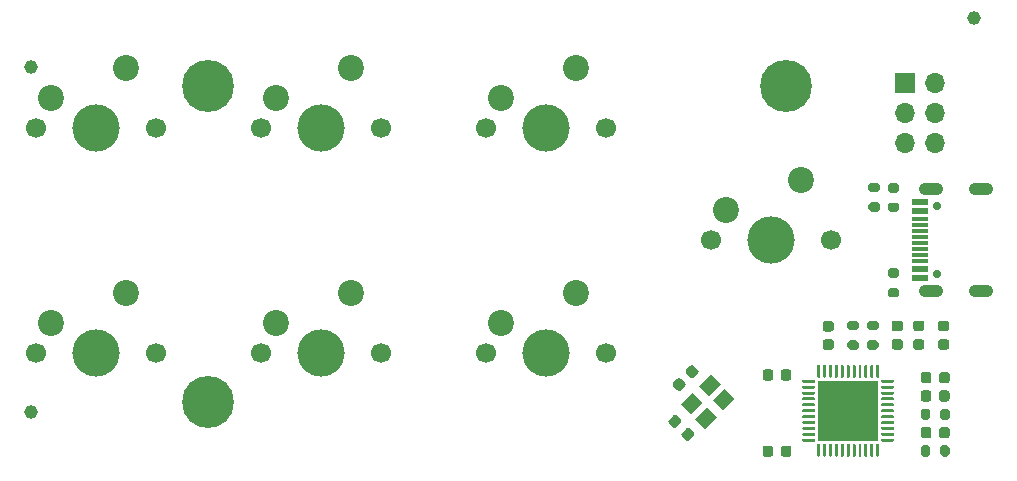
<source format=gbr>
%TF.GenerationSoftware,KiCad,Pcbnew,5.1.7-a382d34a8~88~ubuntu20.04.1*%
%TF.CreationDate,2021-03-24T20:19:51+01:00*%
%TF.ProjectId,launchpad,6c61756e-6368-4706-9164-2e6b69636164,rev?*%
%TF.SameCoordinates,Original*%
%TF.FileFunction,Soldermask,Top*%
%TF.FilePolarity,Negative*%
%FSLAX46Y46*%
G04 Gerber Fmt 4.6, Leading zero omitted, Abs format (unit mm)*
G04 Created by KiCad (PCBNEW 5.1.7-a382d34a8~88~ubuntu20.04.1) date 2021-03-24 20:19:51*
%MOMM*%
%LPD*%
G01*
G04 APERTURE LIST*
%ADD10O,1.700000X1.700000*%
%ADD11R,1.700000X1.700000*%
%ADD12C,1.700000*%
%ADD13C,4.000000*%
%ADD14C,2.200000*%
%ADD15C,1.152000*%
%ADD16C,4.400000*%
%ADD17R,1.450000X0.600000*%
%ADD18R,1.450000X0.300000*%
%ADD19O,2.100000X1.050000*%
%ADD20C,0.700000*%
%ADD21R,5.200000X5.200000*%
%ADD22C,0.100000*%
G04 APERTURE END LIST*
D10*
%TO.C,J2*%
X186636660Y-62931040D03*
X184096660Y-62931040D03*
X186636660Y-60391040D03*
X184096660Y-60391040D03*
X186636660Y-57851040D03*
D11*
X184096660Y-57851040D03*
%TD*%
D12*
%TO.C,SW0*%
X120650000Y-61595000D03*
X110490000Y-61595000D03*
D13*
X115570000Y-61595000D03*
D14*
X111760000Y-59055000D03*
X118110000Y-56515000D03*
%TD*%
D15*
%TO.C,REF\u002A\u002A*%
X189900000Y-52300000D03*
%TD*%
%TO.C,REF\u002A\u002A*%
X110103920Y-85682200D03*
%TD*%
%TO.C,REF\u002A\u002A*%
X110103920Y-56512080D03*
%TD*%
D16*
%TO.C,H3*%
X174058580Y-58070161D03*
%TD*%
%TO.C,H2*%
X125064520Y-58070161D03*
%TD*%
%TO.C,H1*%
X125064520Y-84825840D03*
%TD*%
D12*
%TO.C,SW6*%
X177800000Y-71120000D03*
X167640000Y-71120000D03*
D13*
X172720000Y-71120000D03*
D14*
X168910000Y-68580000D03*
X175260000Y-66040000D03*
%TD*%
D17*
%TO.C,J1*%
X185405000Y-74370000D03*
X185405000Y-73570000D03*
D18*
X185405000Y-71370000D03*
X185405000Y-71870000D03*
X185405000Y-72370000D03*
X185405000Y-72870000D03*
X185405000Y-70870000D03*
X185405000Y-70370000D03*
X185405000Y-69870000D03*
X185405000Y-69370000D03*
D17*
X185405000Y-68670000D03*
X185405000Y-67870000D03*
D19*
X186320000Y-75440000D03*
X186320000Y-66800000D03*
X190500000Y-75440000D03*
X190500000Y-66800000D03*
D20*
X186850000Y-74010000D03*
X186850000Y-68230000D03*
%TD*%
%TO.C,D2*%
G36*
G01*
X187113270Y-77954120D02*
X187625770Y-77954120D01*
G75*
G02*
X187844520Y-78172870I0J-218750D01*
G01*
X187844520Y-78610370D01*
G75*
G02*
X187625770Y-78829120I-218750J0D01*
G01*
X187113270Y-78829120D01*
G75*
G02*
X186894520Y-78610370I0J218750D01*
G01*
X186894520Y-78172870D01*
G75*
G02*
X187113270Y-77954120I218750J0D01*
G01*
G37*
G36*
G01*
X187113270Y-79529120D02*
X187625770Y-79529120D01*
G75*
G02*
X187844520Y-79747870I0J-218750D01*
G01*
X187844520Y-80185370D01*
G75*
G02*
X187625770Y-80404120I-218750J0D01*
G01*
X187113270Y-80404120D01*
G75*
G02*
X186894520Y-80185370I0J218750D01*
G01*
X186894520Y-79747870D01*
G75*
G02*
X187113270Y-79529120I218750J0D01*
G01*
G37*
%TD*%
%TO.C,C1*%
G36*
G01*
X185434520Y-84577240D02*
X185434520Y-84077240D01*
G75*
G02*
X185659520Y-83852240I225000J0D01*
G01*
X186109520Y-83852240D01*
G75*
G02*
X186334520Y-84077240I0J-225000D01*
G01*
X186334520Y-84577240D01*
G75*
G02*
X186109520Y-84802240I-225000J0D01*
G01*
X185659520Y-84802240D01*
G75*
G02*
X185434520Y-84577240I0J225000D01*
G01*
G37*
G36*
G01*
X186984520Y-84577240D02*
X186984520Y-84077240D01*
G75*
G02*
X187209520Y-83852240I225000J0D01*
G01*
X187659520Y-83852240D01*
G75*
G02*
X187884520Y-84077240I0J-225000D01*
G01*
X187884520Y-84577240D01*
G75*
G02*
X187659520Y-84802240I-225000J0D01*
G01*
X187209520Y-84802240D01*
G75*
G02*
X186984520Y-84577240I0J225000D01*
G01*
G37*
%TD*%
%TO.C,C2*%
G36*
G01*
X177844260Y-80421900D02*
X177344260Y-80421900D01*
G75*
G02*
X177119260Y-80196900I0J225000D01*
G01*
X177119260Y-79746900D01*
G75*
G02*
X177344260Y-79521900I225000J0D01*
G01*
X177844260Y-79521900D01*
G75*
G02*
X178069260Y-79746900I0J-225000D01*
G01*
X178069260Y-80196900D01*
G75*
G02*
X177844260Y-80421900I-225000J0D01*
G01*
G37*
G36*
G01*
X177844260Y-78871900D02*
X177344260Y-78871900D01*
G75*
G02*
X177119260Y-78646900I0J225000D01*
G01*
X177119260Y-78196900D01*
G75*
G02*
X177344260Y-77971900I225000J0D01*
G01*
X177844260Y-77971900D01*
G75*
G02*
X178069260Y-78196900I0J-225000D01*
G01*
X178069260Y-78646900D01*
G75*
G02*
X177844260Y-78871900I-225000J0D01*
G01*
G37*
%TD*%
%TO.C,C3*%
G36*
G01*
X172938260Y-82297460D02*
X172938260Y-82797460D01*
G75*
G02*
X172713260Y-83022460I-225000J0D01*
G01*
X172263260Y-83022460D01*
G75*
G02*
X172038260Y-82797460I0J225000D01*
G01*
X172038260Y-82297460D01*
G75*
G02*
X172263260Y-82072460I225000J0D01*
G01*
X172713260Y-82072460D01*
G75*
G02*
X172938260Y-82297460I0J-225000D01*
G01*
G37*
G36*
G01*
X174488260Y-82297460D02*
X174488260Y-82797460D01*
G75*
G02*
X174263260Y-83022460I-225000J0D01*
G01*
X173813260Y-83022460D01*
G75*
G02*
X173588260Y-82797460I0J225000D01*
G01*
X173588260Y-82297460D01*
G75*
G02*
X173813260Y-82072460I225000J0D01*
G01*
X174263260Y-82072460D01*
G75*
G02*
X174488260Y-82297460I0J-225000D01*
G01*
G37*
%TD*%
%TO.C,C4*%
G36*
G01*
X186984520Y-87681120D02*
X186984520Y-87181120D01*
G75*
G02*
X187209520Y-86956120I225000J0D01*
G01*
X187659520Y-86956120D01*
G75*
G02*
X187884520Y-87181120I0J-225000D01*
G01*
X187884520Y-87681120D01*
G75*
G02*
X187659520Y-87906120I-225000J0D01*
G01*
X187209520Y-87906120D01*
G75*
G02*
X186984520Y-87681120I0J225000D01*
G01*
G37*
G36*
G01*
X185434520Y-87681120D02*
X185434520Y-87181120D01*
G75*
G02*
X185659520Y-86956120I225000J0D01*
G01*
X186109520Y-86956120D01*
G75*
G02*
X186334520Y-87181120I0J-225000D01*
G01*
X186334520Y-87681120D01*
G75*
G02*
X186109520Y-87906120I-225000J0D01*
G01*
X185659520Y-87906120D01*
G75*
G02*
X185434520Y-87681120I0J225000D01*
G01*
G37*
%TD*%
%TO.C,C5*%
G36*
G01*
X172938260Y-88759220D02*
X172938260Y-89259220D01*
G75*
G02*
X172713260Y-89484220I-225000J0D01*
G01*
X172263260Y-89484220D01*
G75*
G02*
X172038260Y-89259220I0J225000D01*
G01*
X172038260Y-88759220D01*
G75*
G02*
X172263260Y-88534220I225000J0D01*
G01*
X172713260Y-88534220D01*
G75*
G02*
X172938260Y-88759220I0J-225000D01*
G01*
G37*
G36*
G01*
X174488260Y-88759220D02*
X174488260Y-89259220D01*
G75*
G02*
X174263260Y-89484220I-225000J0D01*
G01*
X173813260Y-89484220D01*
G75*
G02*
X173588260Y-89259220I0J225000D01*
G01*
X173588260Y-88759220D01*
G75*
G02*
X173813260Y-88534220I225000J0D01*
G01*
X174263260Y-88534220D01*
G75*
G02*
X174488260Y-88759220I0J-225000D01*
G01*
G37*
%TD*%
%TO.C,C6*%
G36*
G01*
X185434520Y-83025300D02*
X185434520Y-82525300D01*
G75*
G02*
X185659520Y-82300300I225000J0D01*
G01*
X186109520Y-82300300D01*
G75*
G02*
X186334520Y-82525300I0J-225000D01*
G01*
X186334520Y-83025300D01*
G75*
G02*
X186109520Y-83250300I-225000J0D01*
G01*
X185659520Y-83250300D01*
G75*
G02*
X185434520Y-83025300I0J225000D01*
G01*
G37*
G36*
G01*
X186984520Y-83025300D02*
X186984520Y-82525300D01*
G75*
G02*
X187209520Y-82300300I225000J0D01*
G01*
X187659520Y-82300300D01*
G75*
G02*
X187884520Y-82525300I0J-225000D01*
G01*
X187884520Y-83025300D01*
G75*
G02*
X187659520Y-83250300I-225000J0D01*
G01*
X187209520Y-83250300D01*
G75*
G02*
X186984520Y-83025300I0J225000D01*
G01*
G37*
%TD*%
%TO.C,C7*%
G36*
G01*
X183696420Y-80404120D02*
X183196420Y-80404120D01*
G75*
G02*
X182971420Y-80179120I0J225000D01*
G01*
X182971420Y-79729120D01*
G75*
G02*
X183196420Y-79504120I225000J0D01*
G01*
X183696420Y-79504120D01*
G75*
G02*
X183921420Y-79729120I0J-225000D01*
G01*
X183921420Y-80179120D01*
G75*
G02*
X183696420Y-80404120I-225000J0D01*
G01*
G37*
G36*
G01*
X183696420Y-78854120D02*
X183196420Y-78854120D01*
G75*
G02*
X182971420Y-78629120I0J225000D01*
G01*
X182971420Y-78179120D01*
G75*
G02*
X183196420Y-77954120I225000J0D01*
G01*
X183696420Y-77954120D01*
G75*
G02*
X183921420Y-78179120I0J-225000D01*
G01*
X183921420Y-78629120D01*
G75*
G02*
X183696420Y-78854120I-225000J0D01*
G01*
G37*
%TD*%
%TO.C,C8*%
G36*
G01*
X164125597Y-86338591D02*
X164479151Y-85985037D01*
G75*
G02*
X164797349Y-85985037I159099J-159099D01*
G01*
X165115547Y-86303235D01*
G75*
G02*
X165115547Y-86621433I-159099J-159099D01*
G01*
X164761993Y-86974987D01*
G75*
G02*
X164443795Y-86974987I-159099J159099D01*
G01*
X164125597Y-86656789D01*
G75*
G02*
X164125597Y-86338591I159099J159099D01*
G01*
G37*
G36*
G01*
X165221613Y-87434607D02*
X165575167Y-87081053D01*
G75*
G02*
X165893365Y-87081053I159099J-159099D01*
G01*
X166211563Y-87399251D01*
G75*
G02*
X166211563Y-87717449I-159099J-159099D01*
G01*
X165858009Y-88071003D01*
G75*
G02*
X165539811Y-88071003I-159099J159099D01*
G01*
X165221613Y-87752805D01*
G75*
G02*
X165221613Y-87434607I159099J159099D01*
G01*
G37*
%TD*%
%TO.C,C9*%
G36*
G01*
X165933939Y-82760495D02*
X165580385Y-82406941D01*
G75*
G02*
X165580385Y-82088743I159099J159099D01*
G01*
X165898583Y-81770545D01*
G75*
G02*
X166216781Y-81770545I159099J-159099D01*
G01*
X166570335Y-82124099D01*
G75*
G02*
X166570335Y-82442297I-159099J-159099D01*
G01*
X166252137Y-82760495D01*
G75*
G02*
X165933939Y-82760495I-159099J159099D01*
G01*
G37*
G36*
G01*
X164837923Y-83856511D02*
X164484369Y-83502957D01*
G75*
G02*
X164484369Y-83184759I159099J159099D01*
G01*
X164802567Y-82866561D01*
G75*
G02*
X165120765Y-82866561I159099J-159099D01*
G01*
X165474319Y-83220115D01*
G75*
G02*
X165474319Y-83538313I-159099J-159099D01*
G01*
X165156121Y-83856511D01*
G75*
G02*
X164837923Y-83856511I-159099J159099D01*
G01*
G37*
%TD*%
%TO.C,F1*%
G36*
G01*
X185518770Y-80404120D02*
X185006270Y-80404120D01*
G75*
G02*
X184787520Y-80185370I0J218750D01*
G01*
X184787520Y-79747870D01*
G75*
G02*
X185006270Y-79529120I218750J0D01*
G01*
X185518770Y-79529120D01*
G75*
G02*
X185737520Y-79747870I0J-218750D01*
G01*
X185737520Y-80185370D01*
G75*
G02*
X185518770Y-80404120I-218750J0D01*
G01*
G37*
G36*
G01*
X185518770Y-78829120D02*
X185006270Y-78829120D01*
G75*
G02*
X184787520Y-78610370I0J218750D01*
G01*
X184787520Y-78172870D01*
G75*
G02*
X185006270Y-77954120I218750J0D01*
G01*
X185518770Y-77954120D01*
G75*
G02*
X185737520Y-78172870I0J-218750D01*
G01*
X185737520Y-78610370D01*
G75*
G02*
X185518770Y-78829120I-218750J0D01*
G01*
G37*
%TD*%
%TO.C,R1*%
G36*
G01*
X181758000Y-67078540D02*
X181208000Y-67078540D01*
G75*
G02*
X181008000Y-66878540I0J200000D01*
G01*
X181008000Y-66478540D01*
G75*
G02*
X181208000Y-66278540I200000J0D01*
G01*
X181758000Y-66278540D01*
G75*
G02*
X181958000Y-66478540I0J-200000D01*
G01*
X181958000Y-66878540D01*
G75*
G02*
X181758000Y-67078540I-200000J0D01*
G01*
G37*
G36*
G01*
X181758000Y-68728540D02*
X181208000Y-68728540D01*
G75*
G02*
X181008000Y-68528540I0J200000D01*
G01*
X181008000Y-68128540D01*
G75*
G02*
X181208000Y-67928540I200000J0D01*
G01*
X181758000Y-67928540D01*
G75*
G02*
X181958000Y-68128540I0J-200000D01*
G01*
X181958000Y-68528540D01*
G75*
G02*
X181758000Y-68728540I-200000J0D01*
G01*
G37*
%TD*%
%TO.C,R2*%
G36*
G01*
X179977140Y-80412040D02*
X179427140Y-80412040D01*
G75*
G02*
X179227140Y-80212040I0J200000D01*
G01*
X179227140Y-79812040D01*
G75*
G02*
X179427140Y-79612040I200000J0D01*
G01*
X179977140Y-79612040D01*
G75*
G02*
X180177140Y-79812040I0J-200000D01*
G01*
X180177140Y-80212040D01*
G75*
G02*
X179977140Y-80412040I-200000J0D01*
G01*
G37*
G36*
G01*
X179977140Y-78762040D02*
X179427140Y-78762040D01*
G75*
G02*
X179227140Y-78562040I0J200000D01*
G01*
X179227140Y-78162040D01*
G75*
G02*
X179427140Y-77962040I200000J0D01*
G01*
X179977140Y-77962040D01*
G75*
G02*
X180177140Y-78162040I0J-200000D01*
G01*
X180177140Y-78562040D01*
G75*
G02*
X179977140Y-78762040I-200000J0D01*
G01*
G37*
%TD*%
%TO.C,R3*%
G36*
G01*
X181660313Y-78762040D02*
X181110313Y-78762040D01*
G75*
G02*
X180910313Y-78562040I0J200000D01*
G01*
X180910313Y-78162040D01*
G75*
G02*
X181110313Y-77962040I200000J0D01*
G01*
X181660313Y-77962040D01*
G75*
G02*
X181860313Y-78162040I0J-200000D01*
G01*
X181860313Y-78562040D01*
G75*
G02*
X181660313Y-78762040I-200000J0D01*
G01*
G37*
G36*
G01*
X181660313Y-80412040D02*
X181110313Y-80412040D01*
G75*
G02*
X180910313Y-80212040I0J200000D01*
G01*
X180910313Y-79812040D01*
G75*
G02*
X181110313Y-79612040I200000J0D01*
G01*
X181660313Y-79612040D01*
G75*
G02*
X181860313Y-79812040I0J-200000D01*
G01*
X181860313Y-80212040D01*
G75*
G02*
X181660313Y-80412040I-200000J0D01*
G01*
G37*
%TD*%
%TO.C,R4*%
G36*
G01*
X185434520Y-89258060D02*
X185434520Y-88708060D01*
G75*
G02*
X185634520Y-88508060I200000J0D01*
G01*
X186034520Y-88508060D01*
G75*
G02*
X186234520Y-88708060I0J-200000D01*
G01*
X186234520Y-89258060D01*
G75*
G02*
X186034520Y-89458060I-200000J0D01*
G01*
X185634520Y-89458060D01*
G75*
G02*
X185434520Y-89258060I0J200000D01*
G01*
G37*
G36*
G01*
X187084520Y-89258060D02*
X187084520Y-88708060D01*
G75*
G02*
X187284520Y-88508060I200000J0D01*
G01*
X187684520Y-88508060D01*
G75*
G02*
X187884520Y-88708060I0J-200000D01*
G01*
X187884520Y-89258060D01*
G75*
G02*
X187684520Y-89458060I-200000J0D01*
G01*
X187284520Y-89458060D01*
G75*
G02*
X187084520Y-89258060I0J200000D01*
G01*
G37*
%TD*%
%TO.C,R5*%
G36*
G01*
X185434520Y-86154180D02*
X185434520Y-85604180D01*
G75*
G02*
X185634520Y-85404180I200000J0D01*
G01*
X186034520Y-85404180D01*
G75*
G02*
X186234520Y-85604180I0J-200000D01*
G01*
X186234520Y-86154180D01*
G75*
G02*
X186034520Y-86354180I-200000J0D01*
G01*
X185634520Y-86354180D01*
G75*
G02*
X185434520Y-86154180I0J200000D01*
G01*
G37*
G36*
G01*
X187084520Y-86154180D02*
X187084520Y-85604180D01*
G75*
G02*
X187284520Y-85404180I200000J0D01*
G01*
X187684520Y-85404180D01*
G75*
G02*
X187884520Y-85604180I0J-200000D01*
G01*
X187884520Y-86154180D01*
G75*
G02*
X187684520Y-86354180I-200000J0D01*
G01*
X187284520Y-86354180D01*
G75*
G02*
X187084520Y-86154180I0J200000D01*
G01*
G37*
%TD*%
%TO.C,R6*%
G36*
G01*
X182866620Y-75182280D02*
X183416620Y-75182280D01*
G75*
G02*
X183616620Y-75382280I0J-200000D01*
G01*
X183616620Y-75782280D01*
G75*
G02*
X183416620Y-75982280I-200000J0D01*
G01*
X182866620Y-75982280D01*
G75*
G02*
X182666620Y-75782280I0J200000D01*
G01*
X182666620Y-75382280D01*
G75*
G02*
X182866620Y-75182280I200000J0D01*
G01*
G37*
G36*
G01*
X182866620Y-73532280D02*
X183416620Y-73532280D01*
G75*
G02*
X183616620Y-73732280I0J-200000D01*
G01*
X183616620Y-74132280D01*
G75*
G02*
X183416620Y-74332280I-200000J0D01*
G01*
X182866620Y-74332280D01*
G75*
G02*
X182666620Y-74132280I0J200000D01*
G01*
X182666620Y-73732280D01*
G75*
G02*
X182866620Y-73532280I200000J0D01*
G01*
G37*
%TD*%
%TO.C,R7*%
G36*
G01*
X182866620Y-66298360D02*
X183416620Y-66298360D01*
G75*
G02*
X183616620Y-66498360I0J-200000D01*
G01*
X183616620Y-66898360D01*
G75*
G02*
X183416620Y-67098360I-200000J0D01*
G01*
X182866620Y-67098360D01*
G75*
G02*
X182666620Y-66898360I0J200000D01*
G01*
X182666620Y-66498360D01*
G75*
G02*
X182866620Y-66298360I200000J0D01*
G01*
G37*
G36*
G01*
X182866620Y-67948360D02*
X183416620Y-67948360D01*
G75*
G02*
X183616620Y-68148360I0J-200000D01*
G01*
X183616620Y-68548360D01*
G75*
G02*
X183416620Y-68748360I-200000J0D01*
G01*
X182866620Y-68748360D01*
G75*
G02*
X182666620Y-68548360I0J200000D01*
G01*
X182666620Y-68148360D01*
G75*
G02*
X182866620Y-67948360I200000J0D01*
G01*
G37*
%TD*%
D12*
%TO.C,SW1*%
X120650000Y-80645000D03*
X110490000Y-80645000D03*
D13*
X115570000Y-80645000D03*
D14*
X111760000Y-78105000D03*
X118110000Y-75565000D03*
%TD*%
D12*
%TO.C,SW2*%
X139700000Y-61595000D03*
X129540000Y-61595000D03*
D13*
X134620000Y-61595000D03*
D14*
X130810000Y-59055000D03*
X137160000Y-56515000D03*
%TD*%
%TO.C,SW3*%
X137160000Y-75565000D03*
X130810000Y-78105000D03*
D13*
X134620000Y-80645000D03*
D12*
X129540000Y-80645000D03*
X139700000Y-80645000D03*
%TD*%
D14*
%TO.C,SW4*%
X156210000Y-56515000D03*
X149860000Y-59055000D03*
D13*
X153670000Y-61595000D03*
D12*
X148590000Y-61595000D03*
X158750000Y-61595000D03*
%TD*%
%TO.C,SW5*%
X158750000Y-80645000D03*
X148590000Y-80645000D03*
D13*
X153670000Y-80645000D03*
D14*
X149860000Y-78105000D03*
X156210000Y-75565000D03*
%TD*%
%TO.C,U1*%
G36*
G01*
X181725940Y-81702680D02*
X181850940Y-81702680D01*
G75*
G02*
X181913440Y-81765180I0J-62500D01*
G01*
X181913440Y-82715180D01*
G75*
G02*
X181850940Y-82777680I-62500J0D01*
G01*
X181725940Y-82777680D01*
G75*
G02*
X181663440Y-82715180I0J62500D01*
G01*
X181663440Y-81765180D01*
G75*
G02*
X181725940Y-81702680I62500J0D01*
G01*
G37*
G36*
G01*
X181225940Y-81702680D02*
X181350940Y-81702680D01*
G75*
G02*
X181413440Y-81765180I0J-62500D01*
G01*
X181413440Y-82715180D01*
G75*
G02*
X181350940Y-82777680I-62500J0D01*
G01*
X181225940Y-82777680D01*
G75*
G02*
X181163440Y-82715180I0J62500D01*
G01*
X181163440Y-81765180D01*
G75*
G02*
X181225940Y-81702680I62500J0D01*
G01*
G37*
G36*
G01*
X180725940Y-81702680D02*
X180850940Y-81702680D01*
G75*
G02*
X180913440Y-81765180I0J-62500D01*
G01*
X180913440Y-82715180D01*
G75*
G02*
X180850940Y-82777680I-62500J0D01*
G01*
X180725940Y-82777680D01*
G75*
G02*
X180663440Y-82715180I0J62500D01*
G01*
X180663440Y-81765180D01*
G75*
G02*
X180725940Y-81702680I62500J0D01*
G01*
G37*
G36*
G01*
X180225940Y-81702680D02*
X180350940Y-81702680D01*
G75*
G02*
X180413440Y-81765180I0J-62500D01*
G01*
X180413440Y-82715180D01*
G75*
G02*
X180350940Y-82777680I-62500J0D01*
G01*
X180225940Y-82777680D01*
G75*
G02*
X180163440Y-82715180I0J62500D01*
G01*
X180163440Y-81765180D01*
G75*
G02*
X180225940Y-81702680I62500J0D01*
G01*
G37*
G36*
G01*
X179725940Y-81702680D02*
X179850940Y-81702680D01*
G75*
G02*
X179913440Y-81765180I0J-62500D01*
G01*
X179913440Y-82715180D01*
G75*
G02*
X179850940Y-82777680I-62500J0D01*
G01*
X179725940Y-82777680D01*
G75*
G02*
X179663440Y-82715180I0J62500D01*
G01*
X179663440Y-81765180D01*
G75*
G02*
X179725940Y-81702680I62500J0D01*
G01*
G37*
G36*
G01*
X179225940Y-81702680D02*
X179350940Y-81702680D01*
G75*
G02*
X179413440Y-81765180I0J-62500D01*
G01*
X179413440Y-82715180D01*
G75*
G02*
X179350940Y-82777680I-62500J0D01*
G01*
X179225940Y-82777680D01*
G75*
G02*
X179163440Y-82715180I0J62500D01*
G01*
X179163440Y-81765180D01*
G75*
G02*
X179225940Y-81702680I62500J0D01*
G01*
G37*
G36*
G01*
X178725940Y-81702680D02*
X178850940Y-81702680D01*
G75*
G02*
X178913440Y-81765180I0J-62500D01*
G01*
X178913440Y-82715180D01*
G75*
G02*
X178850940Y-82777680I-62500J0D01*
G01*
X178725940Y-82777680D01*
G75*
G02*
X178663440Y-82715180I0J62500D01*
G01*
X178663440Y-81765180D01*
G75*
G02*
X178725940Y-81702680I62500J0D01*
G01*
G37*
G36*
G01*
X178225940Y-81702680D02*
X178350940Y-81702680D01*
G75*
G02*
X178413440Y-81765180I0J-62500D01*
G01*
X178413440Y-82715180D01*
G75*
G02*
X178350940Y-82777680I-62500J0D01*
G01*
X178225940Y-82777680D01*
G75*
G02*
X178163440Y-82715180I0J62500D01*
G01*
X178163440Y-81765180D01*
G75*
G02*
X178225940Y-81702680I62500J0D01*
G01*
G37*
G36*
G01*
X177725940Y-81702680D02*
X177850940Y-81702680D01*
G75*
G02*
X177913440Y-81765180I0J-62500D01*
G01*
X177913440Y-82715180D01*
G75*
G02*
X177850940Y-82777680I-62500J0D01*
G01*
X177725940Y-82777680D01*
G75*
G02*
X177663440Y-82715180I0J62500D01*
G01*
X177663440Y-81765180D01*
G75*
G02*
X177725940Y-81702680I62500J0D01*
G01*
G37*
G36*
G01*
X177225940Y-81702680D02*
X177350940Y-81702680D01*
G75*
G02*
X177413440Y-81765180I0J-62500D01*
G01*
X177413440Y-82715180D01*
G75*
G02*
X177350940Y-82777680I-62500J0D01*
G01*
X177225940Y-82777680D01*
G75*
G02*
X177163440Y-82715180I0J62500D01*
G01*
X177163440Y-81765180D01*
G75*
G02*
X177225940Y-81702680I62500J0D01*
G01*
G37*
G36*
G01*
X176725940Y-81702680D02*
X176850940Y-81702680D01*
G75*
G02*
X176913440Y-81765180I0J-62500D01*
G01*
X176913440Y-82715180D01*
G75*
G02*
X176850940Y-82777680I-62500J0D01*
G01*
X176725940Y-82777680D01*
G75*
G02*
X176663440Y-82715180I0J62500D01*
G01*
X176663440Y-81765180D01*
G75*
G02*
X176725940Y-81702680I62500J0D01*
G01*
G37*
G36*
G01*
X175475940Y-82952680D02*
X176425940Y-82952680D01*
G75*
G02*
X176488440Y-83015180I0J-62500D01*
G01*
X176488440Y-83140180D01*
G75*
G02*
X176425940Y-83202680I-62500J0D01*
G01*
X175475940Y-83202680D01*
G75*
G02*
X175413440Y-83140180I0J62500D01*
G01*
X175413440Y-83015180D01*
G75*
G02*
X175475940Y-82952680I62500J0D01*
G01*
G37*
G36*
G01*
X175475940Y-83452680D02*
X176425940Y-83452680D01*
G75*
G02*
X176488440Y-83515180I0J-62500D01*
G01*
X176488440Y-83640180D01*
G75*
G02*
X176425940Y-83702680I-62500J0D01*
G01*
X175475940Y-83702680D01*
G75*
G02*
X175413440Y-83640180I0J62500D01*
G01*
X175413440Y-83515180D01*
G75*
G02*
X175475940Y-83452680I62500J0D01*
G01*
G37*
G36*
G01*
X175475940Y-83952680D02*
X176425940Y-83952680D01*
G75*
G02*
X176488440Y-84015180I0J-62500D01*
G01*
X176488440Y-84140180D01*
G75*
G02*
X176425940Y-84202680I-62500J0D01*
G01*
X175475940Y-84202680D01*
G75*
G02*
X175413440Y-84140180I0J62500D01*
G01*
X175413440Y-84015180D01*
G75*
G02*
X175475940Y-83952680I62500J0D01*
G01*
G37*
G36*
G01*
X175475940Y-84452680D02*
X176425940Y-84452680D01*
G75*
G02*
X176488440Y-84515180I0J-62500D01*
G01*
X176488440Y-84640180D01*
G75*
G02*
X176425940Y-84702680I-62500J0D01*
G01*
X175475940Y-84702680D01*
G75*
G02*
X175413440Y-84640180I0J62500D01*
G01*
X175413440Y-84515180D01*
G75*
G02*
X175475940Y-84452680I62500J0D01*
G01*
G37*
G36*
G01*
X175475940Y-84952680D02*
X176425940Y-84952680D01*
G75*
G02*
X176488440Y-85015180I0J-62500D01*
G01*
X176488440Y-85140180D01*
G75*
G02*
X176425940Y-85202680I-62500J0D01*
G01*
X175475940Y-85202680D01*
G75*
G02*
X175413440Y-85140180I0J62500D01*
G01*
X175413440Y-85015180D01*
G75*
G02*
X175475940Y-84952680I62500J0D01*
G01*
G37*
G36*
G01*
X175475940Y-85452680D02*
X176425940Y-85452680D01*
G75*
G02*
X176488440Y-85515180I0J-62500D01*
G01*
X176488440Y-85640180D01*
G75*
G02*
X176425940Y-85702680I-62500J0D01*
G01*
X175475940Y-85702680D01*
G75*
G02*
X175413440Y-85640180I0J62500D01*
G01*
X175413440Y-85515180D01*
G75*
G02*
X175475940Y-85452680I62500J0D01*
G01*
G37*
G36*
G01*
X175475940Y-85952680D02*
X176425940Y-85952680D01*
G75*
G02*
X176488440Y-86015180I0J-62500D01*
G01*
X176488440Y-86140180D01*
G75*
G02*
X176425940Y-86202680I-62500J0D01*
G01*
X175475940Y-86202680D01*
G75*
G02*
X175413440Y-86140180I0J62500D01*
G01*
X175413440Y-86015180D01*
G75*
G02*
X175475940Y-85952680I62500J0D01*
G01*
G37*
G36*
G01*
X175475940Y-86452680D02*
X176425940Y-86452680D01*
G75*
G02*
X176488440Y-86515180I0J-62500D01*
G01*
X176488440Y-86640180D01*
G75*
G02*
X176425940Y-86702680I-62500J0D01*
G01*
X175475940Y-86702680D01*
G75*
G02*
X175413440Y-86640180I0J62500D01*
G01*
X175413440Y-86515180D01*
G75*
G02*
X175475940Y-86452680I62500J0D01*
G01*
G37*
G36*
G01*
X175475940Y-86952680D02*
X176425940Y-86952680D01*
G75*
G02*
X176488440Y-87015180I0J-62500D01*
G01*
X176488440Y-87140180D01*
G75*
G02*
X176425940Y-87202680I-62500J0D01*
G01*
X175475940Y-87202680D01*
G75*
G02*
X175413440Y-87140180I0J62500D01*
G01*
X175413440Y-87015180D01*
G75*
G02*
X175475940Y-86952680I62500J0D01*
G01*
G37*
G36*
G01*
X175475940Y-87452680D02*
X176425940Y-87452680D01*
G75*
G02*
X176488440Y-87515180I0J-62500D01*
G01*
X176488440Y-87640180D01*
G75*
G02*
X176425940Y-87702680I-62500J0D01*
G01*
X175475940Y-87702680D01*
G75*
G02*
X175413440Y-87640180I0J62500D01*
G01*
X175413440Y-87515180D01*
G75*
G02*
X175475940Y-87452680I62500J0D01*
G01*
G37*
G36*
G01*
X175475940Y-87952680D02*
X176425940Y-87952680D01*
G75*
G02*
X176488440Y-88015180I0J-62500D01*
G01*
X176488440Y-88140180D01*
G75*
G02*
X176425940Y-88202680I-62500J0D01*
G01*
X175475940Y-88202680D01*
G75*
G02*
X175413440Y-88140180I0J62500D01*
G01*
X175413440Y-88015180D01*
G75*
G02*
X175475940Y-87952680I62500J0D01*
G01*
G37*
G36*
G01*
X176725940Y-88377680D02*
X176850940Y-88377680D01*
G75*
G02*
X176913440Y-88440180I0J-62500D01*
G01*
X176913440Y-89390180D01*
G75*
G02*
X176850940Y-89452680I-62500J0D01*
G01*
X176725940Y-89452680D01*
G75*
G02*
X176663440Y-89390180I0J62500D01*
G01*
X176663440Y-88440180D01*
G75*
G02*
X176725940Y-88377680I62500J0D01*
G01*
G37*
G36*
G01*
X177225940Y-88377680D02*
X177350940Y-88377680D01*
G75*
G02*
X177413440Y-88440180I0J-62500D01*
G01*
X177413440Y-89390180D01*
G75*
G02*
X177350940Y-89452680I-62500J0D01*
G01*
X177225940Y-89452680D01*
G75*
G02*
X177163440Y-89390180I0J62500D01*
G01*
X177163440Y-88440180D01*
G75*
G02*
X177225940Y-88377680I62500J0D01*
G01*
G37*
G36*
G01*
X177725940Y-88377680D02*
X177850940Y-88377680D01*
G75*
G02*
X177913440Y-88440180I0J-62500D01*
G01*
X177913440Y-89390180D01*
G75*
G02*
X177850940Y-89452680I-62500J0D01*
G01*
X177725940Y-89452680D01*
G75*
G02*
X177663440Y-89390180I0J62500D01*
G01*
X177663440Y-88440180D01*
G75*
G02*
X177725940Y-88377680I62500J0D01*
G01*
G37*
G36*
G01*
X178225940Y-88377680D02*
X178350940Y-88377680D01*
G75*
G02*
X178413440Y-88440180I0J-62500D01*
G01*
X178413440Y-89390180D01*
G75*
G02*
X178350940Y-89452680I-62500J0D01*
G01*
X178225940Y-89452680D01*
G75*
G02*
X178163440Y-89390180I0J62500D01*
G01*
X178163440Y-88440180D01*
G75*
G02*
X178225940Y-88377680I62500J0D01*
G01*
G37*
G36*
G01*
X178725940Y-88377680D02*
X178850940Y-88377680D01*
G75*
G02*
X178913440Y-88440180I0J-62500D01*
G01*
X178913440Y-89390180D01*
G75*
G02*
X178850940Y-89452680I-62500J0D01*
G01*
X178725940Y-89452680D01*
G75*
G02*
X178663440Y-89390180I0J62500D01*
G01*
X178663440Y-88440180D01*
G75*
G02*
X178725940Y-88377680I62500J0D01*
G01*
G37*
G36*
G01*
X179225940Y-88377680D02*
X179350940Y-88377680D01*
G75*
G02*
X179413440Y-88440180I0J-62500D01*
G01*
X179413440Y-89390180D01*
G75*
G02*
X179350940Y-89452680I-62500J0D01*
G01*
X179225940Y-89452680D01*
G75*
G02*
X179163440Y-89390180I0J62500D01*
G01*
X179163440Y-88440180D01*
G75*
G02*
X179225940Y-88377680I62500J0D01*
G01*
G37*
G36*
G01*
X179725940Y-88377680D02*
X179850940Y-88377680D01*
G75*
G02*
X179913440Y-88440180I0J-62500D01*
G01*
X179913440Y-89390180D01*
G75*
G02*
X179850940Y-89452680I-62500J0D01*
G01*
X179725940Y-89452680D01*
G75*
G02*
X179663440Y-89390180I0J62500D01*
G01*
X179663440Y-88440180D01*
G75*
G02*
X179725940Y-88377680I62500J0D01*
G01*
G37*
G36*
G01*
X180225940Y-88377680D02*
X180350940Y-88377680D01*
G75*
G02*
X180413440Y-88440180I0J-62500D01*
G01*
X180413440Y-89390180D01*
G75*
G02*
X180350940Y-89452680I-62500J0D01*
G01*
X180225940Y-89452680D01*
G75*
G02*
X180163440Y-89390180I0J62500D01*
G01*
X180163440Y-88440180D01*
G75*
G02*
X180225940Y-88377680I62500J0D01*
G01*
G37*
G36*
G01*
X180725940Y-88377680D02*
X180850940Y-88377680D01*
G75*
G02*
X180913440Y-88440180I0J-62500D01*
G01*
X180913440Y-89390180D01*
G75*
G02*
X180850940Y-89452680I-62500J0D01*
G01*
X180725940Y-89452680D01*
G75*
G02*
X180663440Y-89390180I0J62500D01*
G01*
X180663440Y-88440180D01*
G75*
G02*
X180725940Y-88377680I62500J0D01*
G01*
G37*
G36*
G01*
X181225940Y-88377680D02*
X181350940Y-88377680D01*
G75*
G02*
X181413440Y-88440180I0J-62500D01*
G01*
X181413440Y-89390180D01*
G75*
G02*
X181350940Y-89452680I-62500J0D01*
G01*
X181225940Y-89452680D01*
G75*
G02*
X181163440Y-89390180I0J62500D01*
G01*
X181163440Y-88440180D01*
G75*
G02*
X181225940Y-88377680I62500J0D01*
G01*
G37*
G36*
G01*
X181725940Y-88377680D02*
X181850940Y-88377680D01*
G75*
G02*
X181913440Y-88440180I0J-62500D01*
G01*
X181913440Y-89390180D01*
G75*
G02*
X181850940Y-89452680I-62500J0D01*
G01*
X181725940Y-89452680D01*
G75*
G02*
X181663440Y-89390180I0J62500D01*
G01*
X181663440Y-88440180D01*
G75*
G02*
X181725940Y-88377680I62500J0D01*
G01*
G37*
G36*
G01*
X182150940Y-87952680D02*
X183100940Y-87952680D01*
G75*
G02*
X183163440Y-88015180I0J-62500D01*
G01*
X183163440Y-88140180D01*
G75*
G02*
X183100940Y-88202680I-62500J0D01*
G01*
X182150940Y-88202680D01*
G75*
G02*
X182088440Y-88140180I0J62500D01*
G01*
X182088440Y-88015180D01*
G75*
G02*
X182150940Y-87952680I62500J0D01*
G01*
G37*
G36*
G01*
X182150940Y-87452680D02*
X183100940Y-87452680D01*
G75*
G02*
X183163440Y-87515180I0J-62500D01*
G01*
X183163440Y-87640180D01*
G75*
G02*
X183100940Y-87702680I-62500J0D01*
G01*
X182150940Y-87702680D01*
G75*
G02*
X182088440Y-87640180I0J62500D01*
G01*
X182088440Y-87515180D01*
G75*
G02*
X182150940Y-87452680I62500J0D01*
G01*
G37*
G36*
G01*
X182150940Y-86952680D02*
X183100940Y-86952680D01*
G75*
G02*
X183163440Y-87015180I0J-62500D01*
G01*
X183163440Y-87140180D01*
G75*
G02*
X183100940Y-87202680I-62500J0D01*
G01*
X182150940Y-87202680D01*
G75*
G02*
X182088440Y-87140180I0J62500D01*
G01*
X182088440Y-87015180D01*
G75*
G02*
X182150940Y-86952680I62500J0D01*
G01*
G37*
G36*
G01*
X182150940Y-86452680D02*
X183100940Y-86452680D01*
G75*
G02*
X183163440Y-86515180I0J-62500D01*
G01*
X183163440Y-86640180D01*
G75*
G02*
X183100940Y-86702680I-62500J0D01*
G01*
X182150940Y-86702680D01*
G75*
G02*
X182088440Y-86640180I0J62500D01*
G01*
X182088440Y-86515180D01*
G75*
G02*
X182150940Y-86452680I62500J0D01*
G01*
G37*
G36*
G01*
X182150940Y-85952680D02*
X183100940Y-85952680D01*
G75*
G02*
X183163440Y-86015180I0J-62500D01*
G01*
X183163440Y-86140180D01*
G75*
G02*
X183100940Y-86202680I-62500J0D01*
G01*
X182150940Y-86202680D01*
G75*
G02*
X182088440Y-86140180I0J62500D01*
G01*
X182088440Y-86015180D01*
G75*
G02*
X182150940Y-85952680I62500J0D01*
G01*
G37*
G36*
G01*
X182150940Y-85452680D02*
X183100940Y-85452680D01*
G75*
G02*
X183163440Y-85515180I0J-62500D01*
G01*
X183163440Y-85640180D01*
G75*
G02*
X183100940Y-85702680I-62500J0D01*
G01*
X182150940Y-85702680D01*
G75*
G02*
X182088440Y-85640180I0J62500D01*
G01*
X182088440Y-85515180D01*
G75*
G02*
X182150940Y-85452680I62500J0D01*
G01*
G37*
G36*
G01*
X182150940Y-84952680D02*
X183100940Y-84952680D01*
G75*
G02*
X183163440Y-85015180I0J-62500D01*
G01*
X183163440Y-85140180D01*
G75*
G02*
X183100940Y-85202680I-62500J0D01*
G01*
X182150940Y-85202680D01*
G75*
G02*
X182088440Y-85140180I0J62500D01*
G01*
X182088440Y-85015180D01*
G75*
G02*
X182150940Y-84952680I62500J0D01*
G01*
G37*
G36*
G01*
X182150940Y-84452680D02*
X183100940Y-84452680D01*
G75*
G02*
X183163440Y-84515180I0J-62500D01*
G01*
X183163440Y-84640180D01*
G75*
G02*
X183100940Y-84702680I-62500J0D01*
G01*
X182150940Y-84702680D01*
G75*
G02*
X182088440Y-84640180I0J62500D01*
G01*
X182088440Y-84515180D01*
G75*
G02*
X182150940Y-84452680I62500J0D01*
G01*
G37*
G36*
G01*
X182150940Y-83952680D02*
X183100940Y-83952680D01*
G75*
G02*
X183163440Y-84015180I0J-62500D01*
G01*
X183163440Y-84140180D01*
G75*
G02*
X183100940Y-84202680I-62500J0D01*
G01*
X182150940Y-84202680D01*
G75*
G02*
X182088440Y-84140180I0J62500D01*
G01*
X182088440Y-84015180D01*
G75*
G02*
X182150940Y-83952680I62500J0D01*
G01*
G37*
G36*
G01*
X182150940Y-83452680D02*
X183100940Y-83452680D01*
G75*
G02*
X183163440Y-83515180I0J-62500D01*
G01*
X183163440Y-83640180D01*
G75*
G02*
X183100940Y-83702680I-62500J0D01*
G01*
X182150940Y-83702680D01*
G75*
G02*
X182088440Y-83640180I0J62500D01*
G01*
X182088440Y-83515180D01*
G75*
G02*
X182150940Y-83452680I62500J0D01*
G01*
G37*
G36*
G01*
X182150940Y-82952680D02*
X183100940Y-82952680D01*
G75*
G02*
X183163440Y-83015180I0J-62500D01*
G01*
X183163440Y-83140180D01*
G75*
G02*
X183100940Y-83202680I-62500J0D01*
G01*
X182150940Y-83202680D01*
G75*
G02*
X182088440Y-83140180I0J62500D01*
G01*
X182088440Y-83015180D01*
G75*
G02*
X182150940Y-82952680I62500J0D01*
G01*
G37*
D21*
X179288440Y-85577680D03*
%TD*%
D22*
%TO.C,Y1*%
G36*
X167171532Y-87090917D02*
G01*
X166323004Y-86242389D01*
X167312954Y-85252439D01*
X168161482Y-86100967D01*
X167171532Y-87090917D01*
G37*
G36*
X168727167Y-85535282D02*
G01*
X167878639Y-84686754D01*
X168868589Y-83696804D01*
X169717117Y-84545332D01*
X168727167Y-85535282D01*
G37*
G36*
X167525086Y-84333201D02*
G01*
X166676558Y-83484673D01*
X167666508Y-82494723D01*
X168515036Y-83343251D01*
X167525086Y-84333201D01*
G37*
G36*
X165969451Y-85888836D02*
G01*
X165120923Y-85040308D01*
X166110873Y-84050358D01*
X166959401Y-84898886D01*
X165969451Y-85888836D01*
G37*
%TD*%
M02*

</source>
